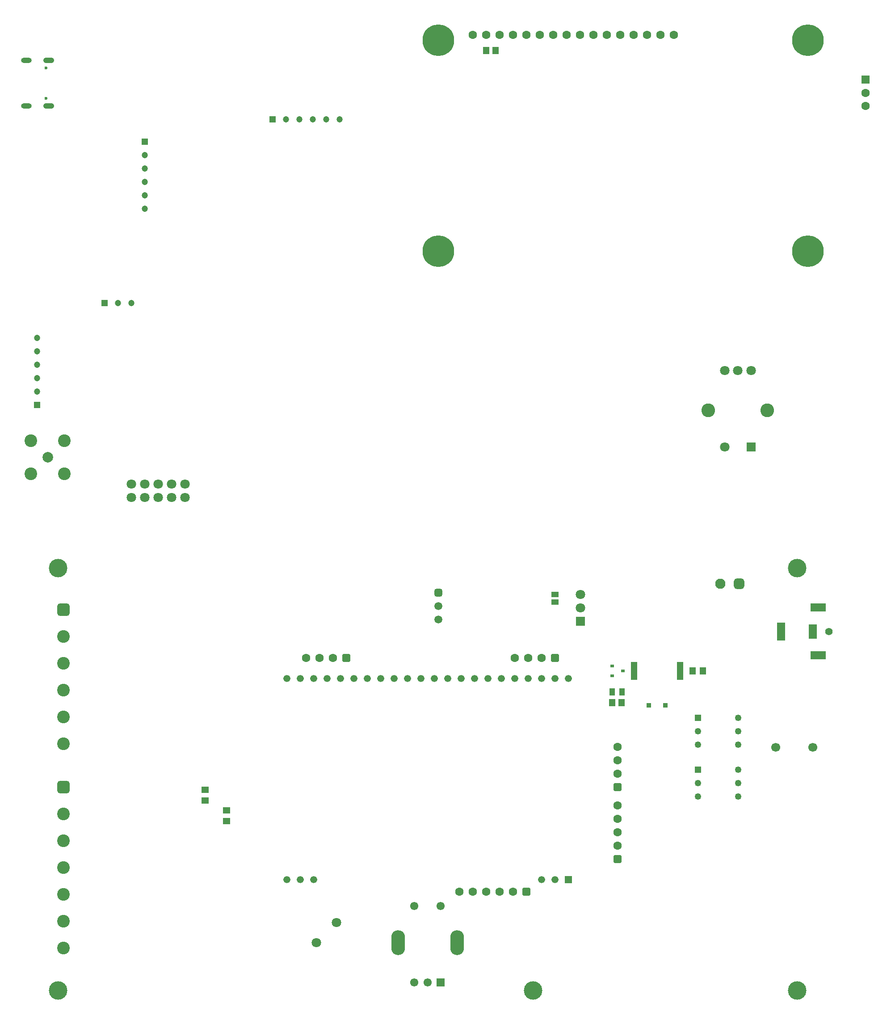
<source format=gbr>
%TF.GenerationSoftware,Altium Limited,Altium Designer,22.11.1 (43)*%
G04 Layer_Color=255*
%FSLAX43Y43*%
%MOMM*%
%TF.SameCoordinates,25A6F12C-B93B-4C7C-9F5B-633324915364*%
%TF.FilePolarity,Positive*%
%TF.FileFunction,Pads,Bot*%
%TF.Part,CustomerPanel*%
G01*
G75*
%TA.AperFunction,SMDPad,CuDef*%
%ADD15R,1.150X1.450*%
%ADD31R,1.450X1.200*%
%ADD37R,1.356X1.055*%
%ADD40R,1.150X1.450*%
%ADD41R,1.200X1.450*%
%ADD42R,0.700X0.600*%
%ADD56R,1.000X1.350*%
%TA.AperFunction,ComponentPad*%
%ADD73R,1.200X1.200*%
%ADD74C,1.200*%
%ADD75C,1.600*%
%ADD76C,6.000*%
%ADD77C,1.800*%
%ADD78C,0.600*%
%ADD79C,2.600*%
%ADD80R,1.800X1.800*%
%ADD81R,1.600X1.600*%
%ADD82R,1.200X1.200*%
%ADD83C,2.400*%
%ADD84C,2.000*%
%ADD85O,2.100X1.050*%
%ADD86O,2.000X1.000*%
G04:AMPARAMS|DCode=89|XSize=2.6mm|YSize=4.7mm|CornerRadius=1.3mm|HoleSize=0mm|Usage=FLASHONLY|Rotation=180.000|XOffset=0mm|YOffset=0mm|HoleType=Round|Shape=RoundedRectangle|*
%AMROUNDEDRECTD89*
21,1,2.600,2.100,0,0,180.0*
21,1,0.000,4.700,0,0,180.0*
1,1,2.600,0.000,1.050*
1,1,2.600,0.000,1.050*
1,1,2.600,0.000,-1.050*
1,1,2.600,0.000,-1.050*
%
%ADD89ROUNDEDRECTD89*%
%ADD90C,1.550*%
%ADD91R,1.550X1.550*%
%ADD92C,1.337*%
%ADD93R,1.337X1.337*%
%ADD94R,1.250X1.250*%
%ADD95C,1.250*%
%ADD96C,1.700*%
%ADD97R,3.000X1.500*%
%ADD98C,1.400*%
%ADD99R,1.500X3.500*%
%ADD100R,1.500X2.800*%
G04:AMPARAMS|DCode=101|XSize=2.4mm|YSize=2.4mm|CornerRadius=0.6mm|HoleSize=0mm|Usage=FLASHONLY|Rotation=270.000|XOffset=0mm|YOffset=0mm|HoleType=Round|Shape=RoundedRectangle|*
%AMROUNDEDRECTD101*
21,1,2.400,1.200,0,0,270.0*
21,1,1.200,2.400,0,0,270.0*
1,1,1.200,-0.600,-0.600*
1,1,1.200,-0.600,0.600*
1,1,1.200,0.600,0.600*
1,1,1.200,0.600,-0.600*
%
%ADD101ROUNDEDRECTD101*%
G04:AMPARAMS|DCode=102|XSize=1.6mm|YSize=1.6mm|CornerRadius=0.4mm|HoleSize=0mm|Usage=FLASHONLY|Rotation=180.000|XOffset=0mm|YOffset=0mm|HoleType=Round|Shape=RoundedRectangle|*
%AMROUNDEDRECTD102*
21,1,1.600,0.800,0,0,180.0*
21,1,0.800,1.600,0,0,180.0*
1,1,0.800,-0.400,0.400*
1,1,0.800,0.400,0.400*
1,1,0.800,0.400,-0.400*
1,1,0.800,-0.400,-0.400*
%
%ADD102ROUNDEDRECTD102*%
G04:AMPARAMS|DCode=103|XSize=1.5mm|YSize=1.5mm|CornerRadius=0.375mm|HoleSize=0mm|Usage=FLASHONLY|Rotation=270.000|XOffset=0mm|YOffset=0mm|HoleType=Round|Shape=RoundedRectangle|*
%AMROUNDEDRECTD103*
21,1,1.500,0.750,0,0,270.0*
21,1,0.750,1.500,0,0,270.0*
1,1,0.750,-0.375,-0.375*
1,1,0.750,-0.375,0.375*
1,1,0.750,0.375,0.375*
1,1,0.750,0.375,-0.375*
%
%ADD103ROUNDEDRECTD103*%
%ADD104C,1.500*%
%TA.AperFunction,ViaPad*%
%ADD105C,3.500*%
%TA.AperFunction,ComponentPad*%
%ADD106C,1.950*%
G04:AMPARAMS|DCode=107|XSize=1.95mm|YSize=1.95mm|CornerRadius=0.488mm|HoleSize=0mm|Usage=FLASHONLY|Rotation=180.000|XOffset=0mm|YOffset=0mm|HoleType=Round|Shape=RoundedRectangle|*
%AMROUNDEDRECTD107*
21,1,1.950,0.975,0,0,180.0*
21,1,0.975,1.950,0,0,180.0*
1,1,0.975,-0.488,0.488*
1,1,0.975,0.488,0.488*
1,1,0.975,0.488,-0.488*
1,1,0.975,-0.488,-0.488*
%
%ADD107ROUNDEDRECTD107*%
G04:AMPARAMS|DCode=108|XSize=1.6mm|YSize=1.6mm|CornerRadius=0.4mm|HoleSize=0mm|Usage=FLASHONLY|Rotation=90.000|XOffset=0mm|YOffset=0mm|HoleType=Round|Shape=RoundedRectangle|*
%AMROUNDEDRECTD108*
21,1,1.600,0.800,0,0,90.0*
21,1,0.800,1.600,0,0,90.0*
1,1,0.800,0.400,0.400*
1,1,0.800,0.400,-0.400*
1,1,0.800,-0.400,-0.400*
1,1,0.800,-0.400,0.400*
%
%ADD108ROUNDEDRECTD108*%
%TA.AperFunction,SMDPad,CuDef*%
%ADD110R,1.300X3.400*%
%ADD111R,0.900X0.950*%
D15*
X98900Y190000D02*
D03*
X97100D02*
D03*
D31*
X43800Y48000D02*
D03*
Y50000D02*
D03*
X47902Y44100D02*
D03*
Y46100D02*
D03*
D37*
X110130Y85548D02*
D03*
Y87000D02*
D03*
D40*
X121000Y66500D02*
D03*
X122750D02*
D03*
D41*
X136190Y72500D02*
D03*
X138190D02*
D03*
D42*
X123000D02*
D03*
X121000Y73450D02*
D03*
Y71550D02*
D03*
D56*
X121000Y68500D02*
D03*
X122800D02*
D03*
D73*
X24780Y142180D02*
D03*
X56650Y177000D02*
D03*
D74*
X27320Y142180D02*
D03*
X29860D02*
D03*
X12000Y135620D02*
D03*
Y133080D02*
D03*
Y130540D02*
D03*
Y128000D02*
D03*
Y125460D02*
D03*
X32400Y160060D02*
D03*
Y162600D02*
D03*
Y165140D02*
D03*
Y167680D02*
D03*
Y170220D02*
D03*
X69350Y177000D02*
D03*
X66810D02*
D03*
X64270D02*
D03*
X61730D02*
D03*
X59190D02*
D03*
D75*
X94520Y193000D02*
D03*
X97060D02*
D03*
X99600D02*
D03*
X102140D02*
D03*
X104680D02*
D03*
X107220D02*
D03*
X109760D02*
D03*
X112300D02*
D03*
X114840D02*
D03*
X117380D02*
D03*
X119920D02*
D03*
X122460D02*
D03*
X125000D02*
D03*
X127540D02*
D03*
X130080D02*
D03*
X132620D02*
D03*
X169000Y182000D02*
D03*
Y179500D02*
D03*
X68080Y75000D02*
D03*
X65540D02*
D03*
X63000D02*
D03*
X107590D02*
D03*
X105050D02*
D03*
X102510D02*
D03*
X92000Y30700D02*
D03*
X94540D02*
D03*
X99620D02*
D03*
X102160D02*
D03*
X97080D02*
D03*
X122000Y41920D02*
D03*
Y39380D02*
D03*
Y44460D02*
D03*
Y47000D02*
D03*
Y58120D02*
D03*
Y55580D02*
D03*
Y53040D02*
D03*
D76*
X88020Y192000D02*
D03*
Y152000D02*
D03*
X158020D02*
D03*
Y192000D02*
D03*
D77*
X40020Y107890D02*
D03*
Y105350D02*
D03*
X37480Y107890D02*
D03*
Y105350D02*
D03*
X34940D02*
D03*
Y107890D02*
D03*
X32400Y105350D02*
D03*
Y107890D02*
D03*
X29860Y105350D02*
D03*
Y107890D02*
D03*
X142290Y114920D02*
D03*
X147290Y129420D02*
D03*
X144790D02*
D03*
X142290D02*
D03*
X64900Y21000D02*
D03*
X68710Y24810D02*
D03*
X115000Y84460D02*
D03*
Y87000D02*
D03*
D78*
X13680Y186755D02*
D03*
Y180975D02*
D03*
D79*
X150390Y121920D02*
D03*
X139190D02*
D03*
D80*
X147290Y114920D02*
D03*
X115000Y81920D02*
D03*
D81*
X169000Y184500D02*
D03*
D82*
X12000Y122920D02*
D03*
X32400Y172760D02*
D03*
D83*
X10850Y116150D02*
D03*
Y109850D02*
D03*
X17150D02*
D03*
Y116150D02*
D03*
X17000Y20000D02*
D03*
Y25080D02*
D03*
Y35240D02*
D03*
Y45400D02*
D03*
Y40320D02*
D03*
Y30160D02*
D03*
X17000Y58700D02*
D03*
Y63780D02*
D03*
Y73940D02*
D03*
Y79020D02*
D03*
Y68860D02*
D03*
D84*
X14000Y113000D02*
D03*
D85*
X14180Y179545D02*
D03*
Y188185D02*
D03*
D86*
X10000Y179545D02*
D03*
Y188185D02*
D03*
D89*
X80400Y21000D02*
D03*
X91600D02*
D03*
D90*
X83500Y13500D02*
D03*
X86000D02*
D03*
X83500Y28000D02*
D03*
X88500D02*
D03*
D91*
Y13500D02*
D03*
D92*
X59330Y32950D02*
D03*
X64410D02*
D03*
X61870D02*
D03*
X72030Y71050D02*
D03*
X82190D02*
D03*
X79650D02*
D03*
X77110D02*
D03*
X74570D02*
D03*
X69490D02*
D03*
X66950D02*
D03*
X64410D02*
D03*
X61870D02*
D03*
X59330D02*
D03*
X110130Y32950D02*
D03*
X107590D02*
D03*
X84730Y71050D02*
D03*
X112670D02*
D03*
X99970D02*
D03*
X94890D02*
D03*
X92350D02*
D03*
X89810D02*
D03*
X87270D02*
D03*
X102510D02*
D03*
X105050D02*
D03*
X107590D02*
D03*
X97430D02*
D03*
X110130D02*
D03*
D93*
X112670Y32950D02*
D03*
D94*
X137190Y63640D02*
D03*
Y53840D02*
D03*
D95*
Y61100D02*
D03*
Y58560D02*
D03*
X144810D02*
D03*
Y61100D02*
D03*
Y63640D02*
D03*
X137190Y51300D02*
D03*
Y48760D02*
D03*
X144810D02*
D03*
Y51300D02*
D03*
Y53840D02*
D03*
D96*
X159000Y58000D02*
D03*
X152000D02*
D03*
D97*
X160000Y75500D02*
D03*
Y84500D02*
D03*
D98*
X162000Y80000D02*
D03*
D99*
X153000D02*
D03*
D100*
X159000D02*
D03*
D101*
X17000Y50480D02*
D03*
X17000Y84100D02*
D03*
D102*
X70620Y75000D02*
D03*
X110130D02*
D03*
X104700Y30700D02*
D03*
D103*
X88000Y87300D02*
D03*
D104*
Y84760D02*
D03*
Y82220D02*
D03*
D105*
X106000Y12000D02*
D03*
X16000Y92000D02*
D03*
X156000D02*
D03*
X16000Y12000D02*
D03*
X156000D02*
D03*
D106*
X141500Y89000D02*
D03*
D107*
X145000D02*
D03*
D108*
X122000Y36840D02*
D03*
Y50500D02*
D03*
D110*
X133850Y72500D02*
D03*
X125150D02*
D03*
D111*
X131075Y66000D02*
D03*
X127925D02*
D03*
%TF.MD5,2f475b97cca354b13d729deeb5d457d7*%
M02*

</source>
